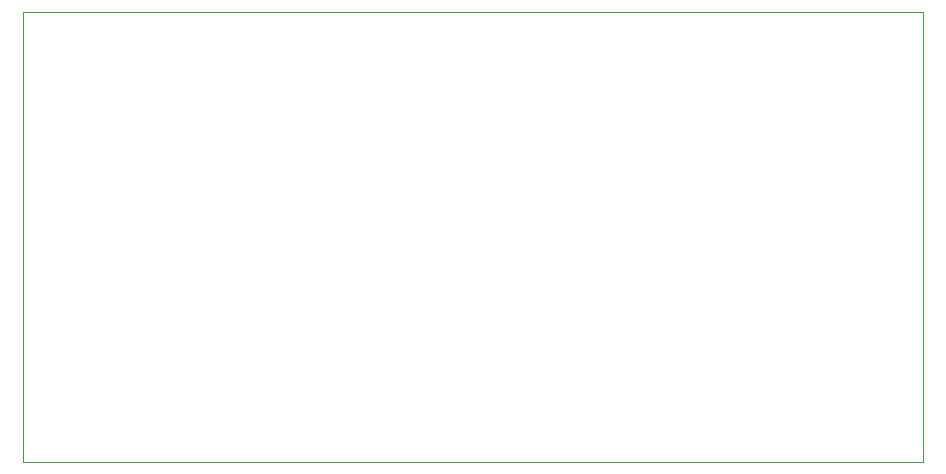
<source format=gm1>
G04 #@! TF.GenerationSoftware,KiCad,Pcbnew,(6.0.7)*
G04 #@! TF.CreationDate,2023-06-27T12:53:43-07:00*
G04 #@! TF.ProjectId,Power Supply Board Ground Systems,506f7765-7220-4537-9570-706c7920426f,rev?*
G04 #@! TF.SameCoordinates,Original*
G04 #@! TF.FileFunction,Profile,NP*
%FSLAX46Y46*%
G04 Gerber Fmt 4.6, Leading zero omitted, Abs format (unit mm)*
G04 Created by KiCad (PCBNEW (6.0.7)) date 2023-06-27 12:53:43*
%MOMM*%
%LPD*%
G01*
G04 APERTURE LIST*
G04 #@! TA.AperFunction,Profile*
%ADD10C,0.100000*%
G04 #@! TD*
G04 APERTURE END LIST*
D10*
X25400000Y-25400000D02*
X101600000Y-25400000D01*
X101600000Y-25400000D02*
X101600000Y-63500000D01*
X101600000Y-63500000D02*
X25400000Y-63500000D01*
X25400000Y-63500000D02*
X25400000Y-25400000D01*
M02*

</source>
